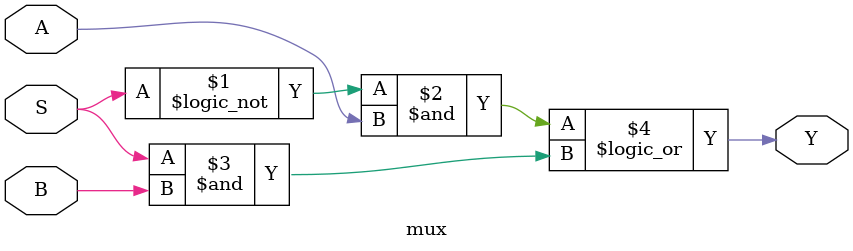
<source format=sv>
module mux(input S, A, B, output Y);
  assign Y = (!S & A) || (S & B);
endmodule: mux

</source>
